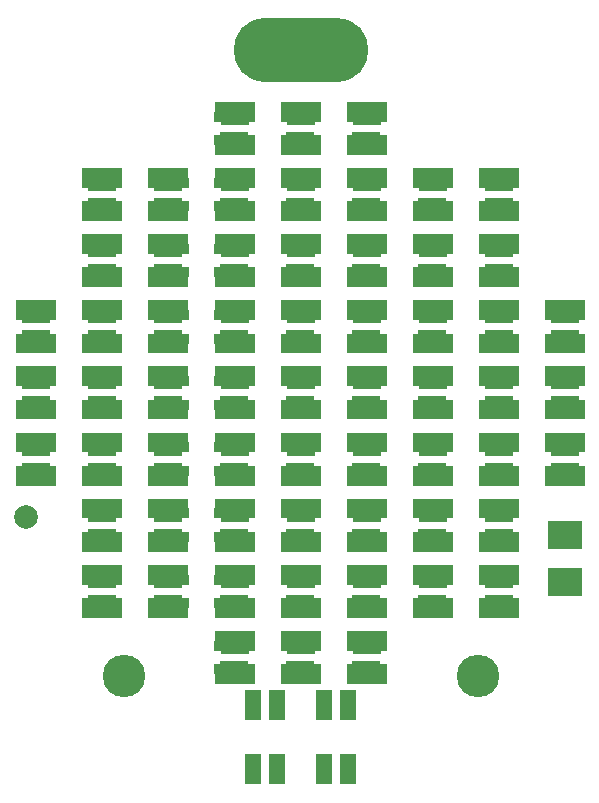
<source format=gbr>
G04 #@! TF.FileFunction,Soldermask,Top*
%FSLAX46Y46*%
G04 Gerber Fmt 4.6, Leading zero omitted, Abs format (unit mm)*
G04 Created by KiCad (PCBNEW 4.0.7-e2-6376~58~ubuntu16.04.1) date Thu Dec 13 11:26:21 2018*
%MOMM*%
%LPD*%
G01*
G04 APERTURE LIST*
%ADD10C,0.100000*%
%ADD11O,11.400000X5.400000*%
%ADD12C,1.300000*%
%ADD13R,1.400000X2.600000*%
%ADD14R,2.900000X2.400000*%
%ADD15C,3.600000*%
%ADD16C,2.000000*%
%ADD17R,1.000000X0.900000*%
%ADD18R,3.400000X1.200000*%
%ADD19R,2.400000X1.000000*%
G04 APERTURE END LIST*
D10*
D11*
X100000000Y-71000000D03*
D12*
X104500000Y-71000000D03*
X104000000Y-72250000D03*
X96000000Y-72250000D03*
X95500000Y-71000000D03*
X96000000Y-69750000D03*
X104000000Y-69750000D03*
D13*
X102000000Y-126400000D03*
X104000000Y-126400000D03*
X96000000Y-126400000D03*
X98000000Y-126400000D03*
X102000000Y-131800000D03*
X104000000Y-131800000D03*
X98000000Y-131800000D03*
X96000000Y-131800000D03*
D14*
X122400000Y-116000000D03*
X122400000Y-112000000D03*
D15*
X115000000Y-124000000D03*
X85000000Y-124000000D03*
D16*
X76750000Y-110475000D03*
D17*
X104400000Y-123400000D03*
X106800000Y-123400000D03*
D18*
X105600000Y-124050000D03*
D19*
X105550000Y-123200000D03*
X105600000Y-121600000D03*
D18*
X105600000Y-120750000D03*
D17*
X106800000Y-121400000D03*
X104400000Y-121400000D03*
X98800000Y-123400000D03*
X101200000Y-123400000D03*
D18*
X100000000Y-124050000D03*
D19*
X99950000Y-123200000D03*
X100000000Y-121600000D03*
D18*
X100000000Y-120750000D03*
D17*
X101200000Y-121400000D03*
X98800000Y-121400000D03*
X93200000Y-123400000D03*
X95600000Y-123400000D03*
D18*
X94400000Y-124050000D03*
D19*
X94350000Y-123200000D03*
X94400000Y-121600000D03*
D18*
X94400000Y-120750000D03*
D17*
X95600000Y-121400000D03*
X93200000Y-121400000D03*
X115600000Y-117800000D03*
X118000000Y-117800000D03*
D18*
X116800000Y-118450000D03*
D19*
X116750000Y-117600000D03*
X116800000Y-116000000D03*
D18*
X116800000Y-115150000D03*
D17*
X118000000Y-115800000D03*
X115600000Y-115800000D03*
X110000000Y-117800000D03*
X112400000Y-117800000D03*
D18*
X111200000Y-118450000D03*
D19*
X111150000Y-117600000D03*
X111200000Y-116000000D03*
D18*
X111200000Y-115150000D03*
D17*
X112400000Y-115800000D03*
X110000000Y-115800000D03*
X104400000Y-117800000D03*
X106800000Y-117800000D03*
D18*
X105600000Y-118450000D03*
D19*
X105550000Y-117600000D03*
X105600000Y-116000000D03*
D18*
X105600000Y-115150000D03*
D17*
X106800000Y-115800000D03*
X104400000Y-115800000D03*
X98800000Y-117800000D03*
X101200000Y-117800000D03*
D18*
X100000000Y-118450000D03*
D19*
X99950000Y-117600000D03*
X100000000Y-116000000D03*
D18*
X100000000Y-115150000D03*
D17*
X101200000Y-115800000D03*
X98800000Y-115800000D03*
X93200000Y-117800000D03*
X95600000Y-117800000D03*
D18*
X94400000Y-118450000D03*
D19*
X94350000Y-117600000D03*
X94400000Y-116000000D03*
D18*
X94400000Y-115150000D03*
D17*
X95600000Y-115800000D03*
X93200000Y-115800000D03*
X87600000Y-117800000D03*
X90000000Y-117800000D03*
D18*
X88800000Y-118450000D03*
D19*
X88750000Y-117600000D03*
X88800000Y-116000000D03*
D18*
X88800000Y-115150000D03*
D17*
X90000000Y-115800000D03*
X87600000Y-115800000D03*
X82000000Y-117800000D03*
X84400000Y-117800000D03*
D18*
X83200000Y-118450000D03*
D19*
X83150000Y-117600000D03*
X83200000Y-116000000D03*
D18*
X83200000Y-115150000D03*
D17*
X84400000Y-115800000D03*
X82000000Y-115800000D03*
X115600000Y-112200000D03*
X118000000Y-112200000D03*
D18*
X116800000Y-112850000D03*
D19*
X116750000Y-112000000D03*
X116800000Y-110400000D03*
D18*
X116800000Y-109550000D03*
D17*
X118000000Y-110200000D03*
X115600000Y-110200000D03*
X110000000Y-112200000D03*
X112400000Y-112200000D03*
D18*
X111200000Y-112850000D03*
D19*
X111150000Y-112000000D03*
X111200000Y-110400000D03*
D18*
X111200000Y-109550000D03*
D17*
X112400000Y-110200000D03*
X110000000Y-110200000D03*
X104400000Y-112200000D03*
X106800000Y-112200000D03*
D18*
X105600000Y-112850000D03*
D19*
X105550000Y-112000000D03*
X105600000Y-110400000D03*
D18*
X105600000Y-109550000D03*
D17*
X106800000Y-110200000D03*
X104400000Y-110200000D03*
X98800000Y-112200000D03*
X101200000Y-112200000D03*
D18*
X100000000Y-112850000D03*
D19*
X99950000Y-112000000D03*
X100000000Y-110400000D03*
D18*
X100000000Y-109550000D03*
D17*
X101200000Y-110200000D03*
X98800000Y-110200000D03*
X93200000Y-112200000D03*
X95600000Y-112200000D03*
D18*
X94400000Y-112850000D03*
D19*
X94350000Y-112000000D03*
X94400000Y-110400000D03*
D18*
X94400000Y-109550000D03*
D17*
X95600000Y-110200000D03*
X93200000Y-110200000D03*
X87600000Y-112200000D03*
X90000000Y-112200000D03*
D18*
X88800000Y-112850000D03*
D19*
X88750000Y-112000000D03*
X88800000Y-110400000D03*
D18*
X88800000Y-109550000D03*
D17*
X90000000Y-110200000D03*
X87600000Y-110200000D03*
X82000000Y-112200000D03*
X84400000Y-112200000D03*
D18*
X83200000Y-112850000D03*
D19*
X83150000Y-112000000D03*
X83200000Y-110400000D03*
D18*
X83200000Y-109550000D03*
D17*
X84400000Y-110200000D03*
X82000000Y-110200000D03*
X121200000Y-106600000D03*
X123600000Y-106600000D03*
D18*
X122400000Y-107250000D03*
D19*
X122350000Y-106400000D03*
X122400000Y-104800000D03*
D18*
X122400000Y-103950000D03*
D17*
X123600000Y-104600000D03*
X121200000Y-104600000D03*
X115600000Y-106600000D03*
X118000000Y-106600000D03*
D18*
X116800000Y-107250000D03*
D19*
X116750000Y-106400000D03*
X116800000Y-104800000D03*
D18*
X116800000Y-103950000D03*
D17*
X118000000Y-104600000D03*
X115600000Y-104600000D03*
X110000000Y-106600000D03*
X112400000Y-106600000D03*
D18*
X111200000Y-107250000D03*
D19*
X111150000Y-106400000D03*
X111200000Y-104800000D03*
D18*
X111200000Y-103950000D03*
D17*
X112400000Y-104600000D03*
X110000000Y-104600000D03*
X104400000Y-106600000D03*
X106800000Y-106600000D03*
D18*
X105600000Y-107250000D03*
D19*
X105550000Y-106400000D03*
X105600000Y-104800000D03*
D18*
X105600000Y-103950000D03*
D17*
X106800000Y-104600000D03*
X104400000Y-104600000D03*
X98800000Y-106600000D03*
X101200000Y-106600000D03*
D18*
X100000000Y-107250000D03*
D19*
X99950000Y-106400000D03*
X100000000Y-104800000D03*
D18*
X100000000Y-103950000D03*
D17*
X101200000Y-104600000D03*
X98800000Y-104600000D03*
X93200000Y-106600000D03*
X95600000Y-106600000D03*
D18*
X94400000Y-107250000D03*
D19*
X94350000Y-106400000D03*
X94400000Y-104800000D03*
D18*
X94400000Y-103950000D03*
D17*
X95600000Y-104600000D03*
X93200000Y-104600000D03*
X87600000Y-106600000D03*
X90000000Y-106600000D03*
D18*
X88800000Y-107250000D03*
D19*
X88750000Y-106400000D03*
X88800000Y-104800000D03*
D18*
X88800000Y-103950000D03*
D17*
X90000000Y-104600000D03*
X87600000Y-104600000D03*
X82000000Y-106600000D03*
X84400000Y-106600000D03*
D18*
X83200000Y-107250000D03*
D19*
X83150000Y-106400000D03*
X83200000Y-104800000D03*
D18*
X83200000Y-103950000D03*
D17*
X84400000Y-104600000D03*
X82000000Y-104600000D03*
X76400000Y-106600000D03*
X78800000Y-106600000D03*
D18*
X77600000Y-107250000D03*
D19*
X77550000Y-106400000D03*
X77600000Y-104800000D03*
D18*
X77600000Y-103950000D03*
D17*
X78800000Y-104600000D03*
X76400000Y-104600000D03*
X121200000Y-101000000D03*
X123600000Y-101000000D03*
D18*
X122400000Y-101650000D03*
D19*
X122350000Y-100800000D03*
X122400000Y-99200000D03*
D18*
X122400000Y-98350000D03*
D17*
X123600000Y-99000000D03*
X121200000Y-99000000D03*
X115600000Y-101000000D03*
X118000000Y-101000000D03*
D18*
X116800000Y-101650000D03*
D19*
X116750000Y-100800000D03*
X116800000Y-99200000D03*
D18*
X116800000Y-98350000D03*
D17*
X118000000Y-99000000D03*
X115600000Y-99000000D03*
X110000000Y-101000000D03*
X112400000Y-101000000D03*
D18*
X111200000Y-101650000D03*
D19*
X111150000Y-100800000D03*
X111200000Y-99200000D03*
D18*
X111200000Y-98350000D03*
D17*
X112400000Y-99000000D03*
X110000000Y-99000000D03*
X104400000Y-101000000D03*
X106800000Y-101000000D03*
D18*
X105600000Y-101650000D03*
D19*
X105550000Y-100800000D03*
X105600000Y-99200000D03*
D18*
X105600000Y-98350000D03*
D17*
X106800000Y-99000000D03*
X104400000Y-99000000D03*
X98800000Y-101000000D03*
X101200000Y-101000000D03*
D18*
X100000000Y-101650000D03*
D19*
X99950000Y-100800000D03*
X100000000Y-99200000D03*
D18*
X100000000Y-98350000D03*
D17*
X101200000Y-99000000D03*
X98800000Y-99000000D03*
X93200000Y-101000000D03*
X95600000Y-101000000D03*
D18*
X94400000Y-101650000D03*
D19*
X94350000Y-100800000D03*
X94400000Y-99200000D03*
D18*
X94400000Y-98350000D03*
D17*
X95600000Y-99000000D03*
X93200000Y-99000000D03*
X87600000Y-101000000D03*
X90000000Y-101000000D03*
D18*
X88800000Y-101650000D03*
D19*
X88750000Y-100800000D03*
X88800000Y-99200000D03*
D18*
X88800000Y-98350000D03*
D17*
X90000000Y-99000000D03*
X87600000Y-99000000D03*
X82000000Y-101000000D03*
X84400000Y-101000000D03*
D18*
X83200000Y-101650000D03*
D19*
X83150000Y-100800000D03*
X83200000Y-99200000D03*
D18*
X83200000Y-98350000D03*
D17*
X84400000Y-99000000D03*
X82000000Y-99000000D03*
X76400000Y-101000000D03*
X78800000Y-101000000D03*
D18*
X77600000Y-101650000D03*
D19*
X77550000Y-100800000D03*
X77600000Y-99200000D03*
D18*
X77600000Y-98350000D03*
D17*
X78800000Y-99000000D03*
X76400000Y-99000000D03*
X121200000Y-95400000D03*
X123600000Y-95400000D03*
D18*
X122400000Y-96050000D03*
D19*
X122350000Y-95200000D03*
X122400000Y-93600000D03*
D18*
X122400000Y-92750000D03*
D17*
X123600000Y-93400000D03*
X121200000Y-93400000D03*
X115600000Y-95400000D03*
X118000000Y-95400000D03*
D18*
X116800000Y-96050000D03*
D19*
X116750000Y-95200000D03*
X116800000Y-93600000D03*
D18*
X116800000Y-92750000D03*
D17*
X118000000Y-93400000D03*
X115600000Y-93400000D03*
X110000000Y-95400000D03*
X112400000Y-95400000D03*
D18*
X111200000Y-96050000D03*
D19*
X111150000Y-95200000D03*
X111200000Y-93600000D03*
D18*
X111200000Y-92750000D03*
D17*
X112400000Y-93400000D03*
X110000000Y-93400000D03*
X104400000Y-95400000D03*
X106800000Y-95400000D03*
D18*
X105600000Y-96050000D03*
D19*
X105550000Y-95200000D03*
X105600000Y-93600000D03*
D18*
X105600000Y-92750000D03*
D17*
X106800000Y-93400000D03*
X104400000Y-93400000D03*
X98800000Y-95400000D03*
X101200000Y-95400000D03*
D18*
X100000000Y-96050000D03*
D19*
X99950000Y-95200000D03*
X100000000Y-93600000D03*
D18*
X100000000Y-92750000D03*
D17*
X101200000Y-93400000D03*
X98800000Y-93400000D03*
X93200000Y-95400000D03*
X95600000Y-95400000D03*
D18*
X94400000Y-96050000D03*
D19*
X94350000Y-95200000D03*
X94400000Y-93600000D03*
D18*
X94400000Y-92750000D03*
D17*
X95600000Y-93400000D03*
X93200000Y-93400000D03*
X87600000Y-95400000D03*
X90000000Y-95400000D03*
D18*
X88800000Y-96050000D03*
D19*
X88750000Y-95200000D03*
X88800000Y-93600000D03*
D18*
X88800000Y-92750000D03*
D17*
X90000000Y-93400000D03*
X87600000Y-93400000D03*
X82000000Y-95400000D03*
X84400000Y-95400000D03*
D18*
X83200000Y-96050000D03*
D19*
X83150000Y-95200000D03*
X83200000Y-93600000D03*
D18*
X83200000Y-92750000D03*
D17*
X84400000Y-93400000D03*
X82000000Y-93400000D03*
X76400000Y-95400000D03*
X78800000Y-95400000D03*
D18*
X77600000Y-96050000D03*
D19*
X77550000Y-95200000D03*
X77600000Y-93600000D03*
D18*
X77600000Y-92750000D03*
D17*
X78800000Y-93400000D03*
X76400000Y-93400000D03*
X115600000Y-89800000D03*
X118000000Y-89800000D03*
D18*
X116800000Y-90450000D03*
D19*
X116750000Y-89600000D03*
X116800000Y-88000000D03*
D18*
X116800000Y-87150000D03*
D17*
X118000000Y-87800000D03*
X115600000Y-87800000D03*
X110000000Y-89800000D03*
X112400000Y-89800000D03*
D18*
X111200000Y-90450000D03*
D19*
X111150000Y-89600000D03*
X111200000Y-88000000D03*
D18*
X111200000Y-87150000D03*
D17*
X112400000Y-87800000D03*
X110000000Y-87800000D03*
X104400000Y-89800000D03*
X106800000Y-89800000D03*
D18*
X105600000Y-90450000D03*
D19*
X105550000Y-89600000D03*
X105600000Y-88000000D03*
D18*
X105600000Y-87150000D03*
D17*
X106800000Y-87800000D03*
X104400000Y-87800000D03*
X98800000Y-89800000D03*
X101200000Y-89800000D03*
D18*
X100000000Y-90450000D03*
D19*
X99950000Y-89600000D03*
X100000000Y-88000000D03*
D18*
X100000000Y-87150000D03*
D17*
X101200000Y-87800000D03*
X98800000Y-87800000D03*
X93200000Y-89800000D03*
X95600000Y-89800000D03*
D18*
X94400000Y-90450000D03*
D19*
X94350000Y-89600000D03*
X94400000Y-88000000D03*
D18*
X94400000Y-87150000D03*
D17*
X95600000Y-87800000D03*
X93200000Y-87800000D03*
X87600000Y-89800000D03*
X90000000Y-89800000D03*
D18*
X88800000Y-90450000D03*
D19*
X88750000Y-89600000D03*
X88800000Y-88000000D03*
D18*
X88800000Y-87150000D03*
D17*
X90000000Y-87800000D03*
X87600000Y-87800000D03*
X82000000Y-89800000D03*
X84400000Y-89800000D03*
D18*
X83200000Y-90450000D03*
D19*
X83150000Y-89600000D03*
X83200000Y-88000000D03*
D18*
X83200000Y-87150000D03*
D17*
X84400000Y-87800000D03*
X82000000Y-87800000D03*
X115600000Y-84200000D03*
X118000000Y-84200000D03*
D18*
X116800000Y-84850000D03*
D19*
X116750000Y-84000000D03*
X116800000Y-82400000D03*
D18*
X116800000Y-81550000D03*
D17*
X118000000Y-82200000D03*
X115600000Y-82200000D03*
X110000000Y-84200000D03*
X112400000Y-84200000D03*
D18*
X111200000Y-84850000D03*
D19*
X111150000Y-84000000D03*
X111200000Y-82400000D03*
D18*
X111200000Y-81550000D03*
D17*
X112400000Y-82200000D03*
X110000000Y-82200000D03*
X104400000Y-84200000D03*
X106800000Y-84200000D03*
D18*
X105600000Y-84850000D03*
D19*
X105550000Y-84000000D03*
X105600000Y-82400000D03*
D18*
X105600000Y-81550000D03*
D17*
X106800000Y-82200000D03*
X104400000Y-82200000D03*
X98800000Y-84200000D03*
X101200000Y-84200000D03*
D18*
X100000000Y-84850000D03*
D19*
X99950000Y-84000000D03*
X100000000Y-82400000D03*
D18*
X100000000Y-81550000D03*
D17*
X101200000Y-82200000D03*
X98800000Y-82200000D03*
X93200000Y-84200000D03*
X95600000Y-84200000D03*
D18*
X94400000Y-84850000D03*
D19*
X94350000Y-84000000D03*
X94400000Y-82400000D03*
D18*
X94400000Y-81550000D03*
D17*
X95600000Y-82200000D03*
X93200000Y-82200000D03*
X87600000Y-84200000D03*
X90000000Y-84200000D03*
D18*
X88800000Y-84850000D03*
D19*
X88750000Y-84000000D03*
X88800000Y-82400000D03*
D18*
X88800000Y-81550000D03*
D17*
X90000000Y-82200000D03*
X87600000Y-82200000D03*
X82000000Y-84200000D03*
X84400000Y-84200000D03*
D18*
X83200000Y-84850000D03*
D19*
X83150000Y-84000000D03*
X83200000Y-82400000D03*
D18*
X83200000Y-81550000D03*
D17*
X84400000Y-82200000D03*
X82000000Y-82200000D03*
X104400000Y-78600000D03*
X106800000Y-78600000D03*
D18*
X105600000Y-79250000D03*
D19*
X105550000Y-78400000D03*
X105600000Y-76800000D03*
D18*
X105600000Y-75950000D03*
D17*
X106800000Y-76600000D03*
X104400000Y-76600000D03*
X98800000Y-78600000D03*
X101200000Y-78600000D03*
D18*
X100000000Y-79250000D03*
D19*
X99950000Y-78400000D03*
X100000000Y-76800000D03*
D18*
X100000000Y-75950000D03*
D17*
X101200000Y-76600000D03*
X98800000Y-76600000D03*
X93200000Y-78600000D03*
X95600000Y-78600000D03*
D18*
X94400000Y-79250000D03*
D19*
X94350000Y-78400000D03*
X94400000Y-76800000D03*
D18*
X94400000Y-75950000D03*
D17*
X95600000Y-76600000D03*
X93200000Y-76600000D03*
M02*

</source>
